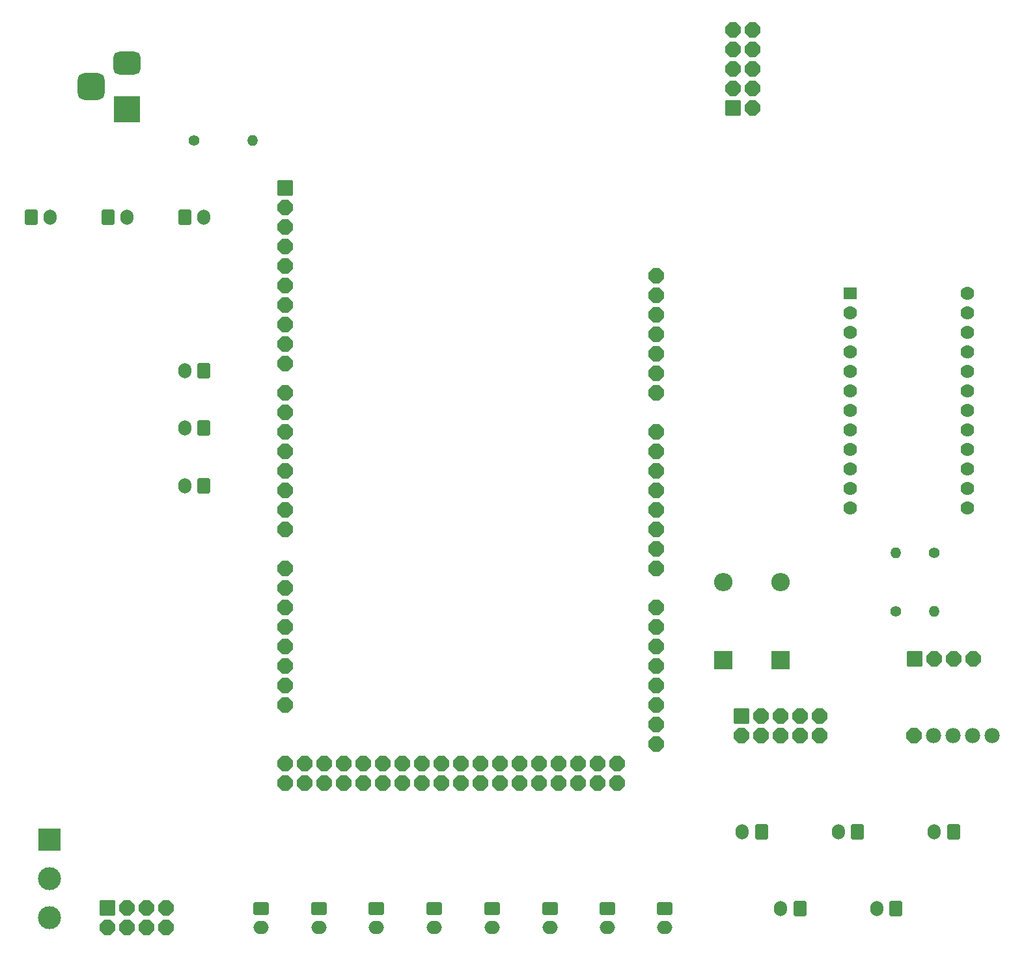
<source format=gbr>
%TF.GenerationSoftware,KiCad,Pcbnew,8.0.4*%
%TF.CreationDate,2024-09-16T22:19:33-06:00*%
%TF.ProjectId,main V3b,6d61696e-2056-4336-922e-6b696361645f,rev?*%
%TF.SameCoordinates,Original*%
%TF.FileFunction,Soldermask,Top*%
%TF.FilePolarity,Negative*%
%FSLAX46Y46*%
G04 Gerber Fmt 4.6, Leading zero omitted, Abs format (unit mm)*
G04 Created by KiCad (PCBNEW 8.0.4) date 2024-09-16 22:19:33*
%MOMM*%
%LPD*%
G01*
G04 APERTURE LIST*
G04 Aperture macros list*
%AMRoundRect*
0 Rectangle with rounded corners*
0 $1 Rounding radius*
0 $2 $3 $4 $5 $6 $7 $8 $9 X,Y pos of 4 corners*
0 Add a 4 corners polygon primitive as box body*
4,1,4,$2,$3,$4,$5,$6,$7,$8,$9,$2,$3,0*
0 Add four circle primitives for the rounded corners*
1,1,$1+$1,$2,$3*
1,1,$1+$1,$4,$5*
1,1,$1+$1,$6,$7*
1,1,$1+$1,$8,$9*
0 Add four rect primitives between the rounded corners*
20,1,$1+$1,$2,$3,$4,$5,0*
20,1,$1+$1,$4,$5,$6,$7,0*
20,1,$1+$1,$6,$7,$8,$9,0*
20,1,$1+$1,$8,$9,$2,$3,0*%
%AMFreePoly0*
4,1,25,0.427955,0.971196,0.440078,0.960842,0.960842,0.440078,0.989349,0.384130,0.990600,0.368236,0.990600,-0.368236,0.971196,-0.427955,0.960842,-0.440078,0.440078,-0.960842,0.384130,-0.989349,0.368236,-0.990600,-0.368236,-0.990600,-0.427955,-0.971196,-0.440078,-0.960842,-0.960842,-0.440078,-0.989349,-0.384130,-0.990600,-0.368236,-0.990600,0.368236,-0.971196,0.427955,-0.960842,0.440078,
-0.440078,0.960842,-0.384130,0.989349,-0.368236,0.990600,0.368236,0.990600,0.427955,0.971196,0.427955,0.971196,$1*%
G04 Aperture macros list end*
%ADD10RoundRect,0.101600X-0.889000X-0.889000X0.889000X-0.889000X0.889000X0.889000X-0.889000X0.889000X0*%
%ADD11FreePoly0,0.000000*%
%ADD12R,3.500000X3.500000*%
%ADD13RoundRect,0.750000X-1.000000X0.750000X-1.000000X-0.750000X1.000000X-0.750000X1.000000X0.750000X0*%
%ADD14RoundRect,0.875000X-0.875000X0.875000X-0.875000X-0.875000X0.875000X-0.875000X0.875000X0.875000X0*%
%ADD15RoundRect,0.250000X-0.750000X0.600000X-0.750000X-0.600000X0.750000X-0.600000X0.750000X0.600000X0*%
%ADD16O,2.000000X1.700000*%
%ADD17C,1.400000*%
%ADD18O,1.400000X1.400000*%
%ADD19FreePoly0,90.000000*%
%ADD20RoundRect,0.101600X0.889000X-0.889000X0.889000X0.889000X-0.889000X0.889000X-0.889000X-0.889000X0*%
%ADD21RoundRect,0.250000X-0.600000X-0.750000X0.600000X-0.750000X0.600000X0.750000X-0.600000X0.750000X0*%
%ADD22O,1.700000X2.000000*%
%ADD23RoundRect,0.250000X0.600000X0.750000X-0.600000X0.750000X-0.600000X-0.750000X0.600000X-0.750000X0*%
%ADD24R,2.400000X2.400000*%
%ADD25O,2.400000X2.400000*%
%ADD26R,3.000000X3.000000*%
%ADD27C,3.000000*%
%ADD28FreePoly0,180.000000*%
%ADD29RoundRect,0.101600X0.889000X0.889000X-0.889000X0.889000X-0.889000X-0.889000X0.889000X-0.889000X0*%
%ADD30R,1.778000X1.524000*%
%ADD31C,1.778000*%
%ADD32C,1.981200*%
G04 APERTURE END LIST*
D10*
%TO.C,U$2*%
X184960000Y-125000000D03*
D11*
X187500000Y-125000000D03*
X190040000Y-125000000D03*
X192580000Y-125000000D03*
%TD*%
D12*
%TO.C,J1*%
X82500000Y-53500000D03*
D13*
X82500000Y-47500000D03*
D14*
X77800000Y-50500000D03*
%TD*%
D15*
%TO.C,SW6*%
X137500000Y-157500000D03*
D16*
X137500000Y-160000000D03*
%TD*%
D15*
%TO.C,SW4*%
X122450000Y-157500000D03*
D16*
X122450000Y-160000000D03*
%TD*%
D15*
%TO.C,SW1*%
X99950000Y-157500000D03*
D16*
X99950000Y-160000000D03*
%TD*%
D17*
%TO.C,R2*%
X182500000Y-118810000D03*
D18*
X182500000Y-111190000D03*
%TD*%
D19*
%TO.C,1*%
X163830000Y-43180000D03*
X161290000Y-43180000D03*
D20*
X161290000Y-53340000D03*
D19*
X161290000Y-45720000D03*
X161290000Y-50800000D03*
X163830000Y-45720000D03*
X163830000Y-48260000D03*
X161290000Y-48260000D03*
X163830000Y-53340000D03*
X163830000Y-50800000D03*
%TD*%
D21*
%TO.C,POWER_LED0*%
X90000000Y-67500000D03*
D22*
X92500000Y-67500000D03*
%TD*%
D23*
%TO.C,JACK_CON3*%
X177500000Y-147500000D03*
D22*
X175000000Y-147500000D03*
%TD*%
D23*
%TO.C,JACK_CON1*%
X165000000Y-147500000D03*
D22*
X162500000Y-147500000D03*
%TD*%
D10*
%TO.C,U$3*%
X162380000Y-132460000D03*
D11*
X164920000Y-132460000D03*
X167460000Y-132460000D03*
X172540000Y-135000000D03*
X172540000Y-132460000D03*
X170000000Y-132460000D03*
X170000000Y-135000000D03*
X162380000Y-135000000D03*
X167460000Y-135000000D03*
X164920000Y-135000000D03*
%TD*%
D23*
%TO.C,SECTION_2_BUTTON0*%
X92500000Y-95000000D03*
D22*
X90000000Y-95000000D03*
%TD*%
D15*
%TO.C,SW5*%
X129950000Y-157500000D03*
D16*
X129950000Y-160000000D03*
%TD*%
D21*
%TO.C,RESET0*%
X80000000Y-67500000D03*
D22*
X82500000Y-67500000D03*
%TD*%
D21*
%TO.C,PWR_IN0*%
X70000000Y-67500000D03*
D22*
X72500000Y-67500000D03*
%TD*%
D24*
%TO.C,D2*%
X160000000Y-125160000D03*
D25*
X160000000Y-115000000D03*
%TD*%
D15*
%TO.C,SW3*%
X114950000Y-157500000D03*
D16*
X114950000Y-160000000D03*
%TD*%
D23*
%TO.C,JACK_CON5*%
X190000000Y-147500000D03*
D22*
X187500000Y-147500000D03*
%TD*%
D15*
%TO.C,SW2*%
X107450000Y-157500000D03*
D16*
X107450000Y-160000000D03*
%TD*%
D17*
%TO.C,R1*%
X91190000Y-57500000D03*
D18*
X98810000Y-57500000D03*
%TD*%
D15*
%TO.C,SW8*%
X152450000Y-157500000D03*
D16*
X152450000Y-160000000D03*
%TD*%
D10*
%TO.C,U$4*%
X79960000Y-157460000D03*
D11*
X82500000Y-157460000D03*
X85040000Y-157460000D03*
X87580000Y-157460000D03*
X79960000Y-160000000D03*
X82500000Y-160000000D03*
X85040000Y-160000000D03*
X87580000Y-160000000D03*
%TD*%
D15*
%TO.C,SW7*%
X144950000Y-157500000D03*
D16*
X144950000Y-160000000D03*
%TD*%
D26*
%TO.C,X1*%
X72390000Y-148590000D03*
D27*
X72390000Y-153670000D03*
X72390000Y-158750000D03*
%TD*%
D28*
%TO.C,U$1*%
X151328500Y-80210000D03*
X151328500Y-82750000D03*
X103068500Y-138630000D03*
X103068500Y-141170000D03*
X151328500Y-95450000D03*
X151328500Y-97990000D03*
X151328500Y-100530000D03*
X151328500Y-103070000D03*
X151328500Y-105610000D03*
X151328500Y-108150000D03*
X151328500Y-110690000D03*
X151328500Y-113230000D03*
X151328500Y-118310000D03*
X151328500Y-120850000D03*
X151328500Y-123390000D03*
X151328500Y-125930000D03*
X151328500Y-128470000D03*
X151328500Y-131010000D03*
X151328500Y-133550000D03*
X151328500Y-136090000D03*
X103068500Y-68780000D03*
X103068500Y-108150000D03*
X103068500Y-105610000D03*
X103068500Y-103070000D03*
X103068500Y-100530000D03*
X103068500Y-97990000D03*
X103068500Y-95450000D03*
X103068500Y-92910000D03*
X103068500Y-90370000D03*
X103068500Y-86560000D03*
X103068500Y-84020000D03*
X103068500Y-81480000D03*
X103068500Y-78940000D03*
X103068500Y-76400000D03*
X103068500Y-73860000D03*
X103068500Y-113230000D03*
X103068500Y-115770000D03*
X103068500Y-118310000D03*
X103068500Y-120850000D03*
X103068500Y-123390000D03*
X103068500Y-125930000D03*
X103068500Y-128470000D03*
X103068500Y-131010000D03*
X105608500Y-138630000D03*
X105608500Y-141170000D03*
X108148500Y-138630000D03*
X108148500Y-141170000D03*
X110688500Y-138630000D03*
X110688500Y-141170000D03*
X113228500Y-138630000D03*
X113228500Y-141170000D03*
X115768500Y-138630000D03*
X115768500Y-141170000D03*
X118308500Y-138630000D03*
X118308500Y-141170000D03*
X120848500Y-138630000D03*
X120848500Y-141170000D03*
X123388500Y-138630000D03*
X123388500Y-141170000D03*
X125928500Y-138630000D03*
X125928500Y-141170000D03*
X128468500Y-138630000D03*
X128468500Y-141170000D03*
X131008500Y-138630000D03*
X131008500Y-141170000D03*
X133548500Y-138630000D03*
X133548500Y-141170000D03*
X136088500Y-138630000D03*
X136088500Y-141170000D03*
X138628500Y-138630000D03*
X138628500Y-141170000D03*
X141168500Y-138630000D03*
X141168500Y-141170000D03*
X143708500Y-138630000D03*
X143708500Y-141170000D03*
X103068500Y-71320000D03*
X151328500Y-87830000D03*
X151328500Y-85290000D03*
X146248500Y-138630000D03*
X146248500Y-141170000D03*
X151328500Y-75130000D03*
X151328500Y-77670000D03*
D29*
X103068500Y-63700000D03*
D28*
X103068500Y-66240000D03*
X151328500Y-90370000D03*
%TD*%
D23*
%TO.C,JACK_CON2*%
X170000000Y-157500000D03*
D22*
X167500000Y-157500000D03*
%TD*%
D23*
%TO.C,SECTION_1_BUTTON0*%
X92500000Y-102500000D03*
D22*
X90000000Y-102500000D03*
%TD*%
D30*
%TO.C,U1*%
X176530000Y-77470000D03*
D31*
X176530000Y-80010000D03*
X176530000Y-82550000D03*
X176530000Y-85090000D03*
X176530000Y-87630000D03*
X176530000Y-90170000D03*
X176530000Y-92710000D03*
X176530000Y-95250000D03*
X176530000Y-97790000D03*
X176530000Y-100330000D03*
X176530000Y-102870000D03*
X176530000Y-105410000D03*
X191770000Y-105410000D03*
X191770000Y-102870000D03*
X191770000Y-100330000D03*
X191770000Y-97790000D03*
X191770000Y-95250000D03*
X191770000Y-92710000D03*
X191770000Y-90170000D03*
X191770000Y-87630000D03*
X191770000Y-85090000D03*
X191770000Y-82550000D03*
X191770000Y-80010000D03*
X191770000Y-77470000D03*
%TD*%
D23*
%TO.C,JACK_CON4*%
X182500000Y-157500000D03*
D22*
X180000000Y-157500000D03*
%TD*%
D17*
%TO.C,R3*%
X187500000Y-111190000D03*
D18*
X187500000Y-118810000D03*
%TD*%
D32*
%TO.C,U$5*%
X192500000Y-135000000D03*
D11*
X184880000Y-135000000D03*
D32*
X187420000Y-135000000D03*
X195040000Y-135000000D03*
X189960000Y-135000000D03*
%TD*%
D23*
%TO.C,SECTION_3_BUTTON0*%
X92500000Y-87500000D03*
D22*
X90000000Y-87500000D03*
%TD*%
D24*
%TO.C,D1*%
X167500000Y-125160000D03*
D25*
X167500000Y-115000000D03*
%TD*%
M02*

</source>
